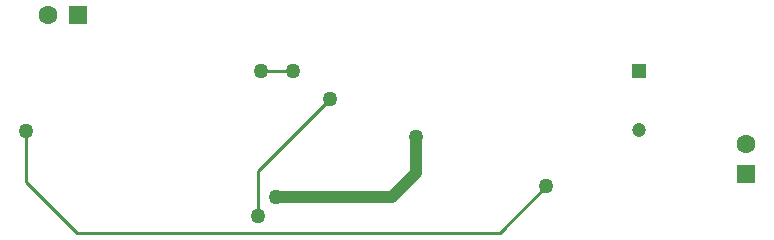
<source format=gbl>
G04*
G04 #@! TF.GenerationSoftware,Altium Limited,Altium Designer,24.0.1 (36)*
G04*
G04 Layer_Physical_Order=2*
G04 Layer_Color=16711680*
%FSLAX44Y44*%
%MOMM*%
G71*
G04*
G04 #@! TF.SameCoordinates,B85333DD-67EC-4CFA-91B2-C3F9892E9ACE*
G04*
G04*
G04 #@! TF.FilePolarity,Positive*
G04*
G01*
G75*
%ADD13C,0.2540*%
%ADD44R,1.6000X1.6000*%
%ADD45C,1.6000*%
%ADD46R,1.6000X1.6000*%
%ADD47R,1.2000X1.2000*%
%ADD48C,1.2000*%
%ADD49C,1.2700*%
%ADD50C,1.0000*%
D13*
X838200Y534670D02*
X899160Y595630D01*
X838200Y496570D02*
Y534670D01*
X684530Y482600D02*
X1042670D01*
X1082040Y521970D01*
X641350Y525780D02*
X684530Y482600D01*
X840740Y619760D02*
X867410D01*
X641350Y525780D02*
Y568960D01*
D44*
X1250950Y532130D02*
D03*
D45*
Y557530D02*
D03*
X660400Y666750D02*
D03*
D46*
X685800D02*
D03*
D47*
X1160780Y619760D02*
D03*
D48*
Y569760D02*
D03*
D49*
X899160Y595630D02*
D03*
X838200Y496570D02*
D03*
X853440Y513080D02*
D03*
X1082040Y521970D02*
D03*
X971550Y563880D02*
D03*
X867410Y619760D02*
D03*
X840740D02*
D03*
X641350Y568960D02*
D03*
D50*
X951230Y513080D02*
X971550Y533400D01*
Y563880D01*
X853440Y513080D02*
X951230D01*
M02*

</source>
